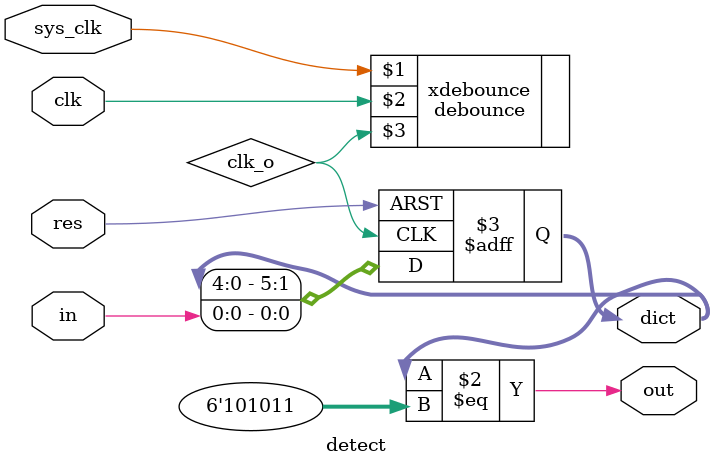
<source format=v>
module detect (sys_clk, clk, res, in, dict, out);
    input  sys_clk;
    input  clk;
    input  res;
    input  in;
    output [5:0] dict;
    output out;

    reg [5:0] dict;
    wire out;
    wire clk_o;

    debounce xdebounce(sys_clk, clk, clk_o);

    always @(posedge res or posedge clk_o)
    begin
        if (res)
            dict <= 6'b0;
        else
            dict <= {dict[4:0], in};
    end

    assign out = (dict == 6'b101011);
endmodule
</source>
